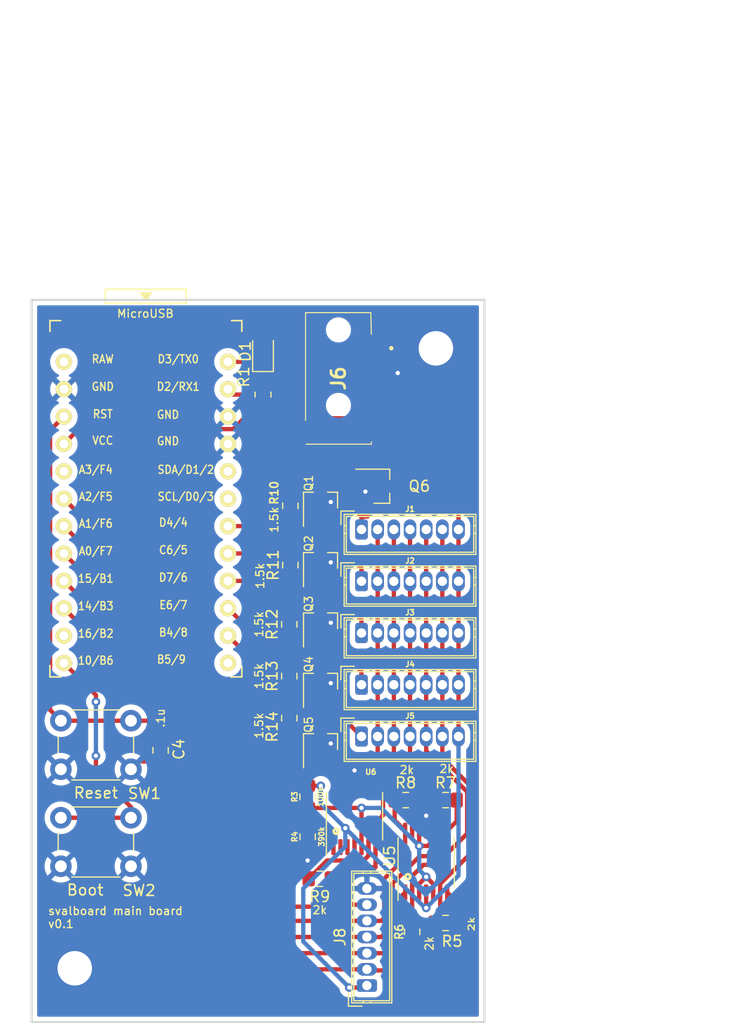
<source format=kicad_pcb>
(kicad_pcb (version 20211014) (generator pcbnew)
  (layers (0 "F.Cu" signal) (31 "B.Cu" signal) (34 "B.Paste" user) (35 "F.Paste" user) (36 "B.SilkS" user "B.Silkscreen") (37 "F.SilkS" user "F.Silkscreen") (38 "B.Mask" user) (39 "F.Mask" user) (44 "Edge.Cuts" user))
  (net 0 "")
  (net 1 "GND")
  (net 2 "/RESET")
  (net 3 "Net-(D1-Pad1)")
  (net 4 "+5V")
  (net 5 "/LED")
  (net 6 "/COL5")
  (net 7 "/COL4")
  (net 8 "/COL3")
  (net 9 "/COL2")
  (net 10 "/COL1")
  (net 11 "Net-(Q1-Pad1)")
  (net 12 "Net-(Q2-Pad1)")
  (net 13 "Net-(Q3-Pad1)")
  (net 14 "Net-(Q4-Pad1)")
  (net 15 "Net-(Q5-Pad1)")
  (net 16 "/DATA")
  (net 17 "/SPARE")
  (net 18 "SDA")
  (net 19 "SCL")
  (net 24 "/ROW5")
  (net 25 "/ROW4")
  (net 26 "/ROW3")
  (net 27 "/ROW2")
  (net 28 "/ROW1")
  (net 29 "/AMP_REF")
  (net 30 "/COL1_AMP")
  (net 31 "/COL2_AMP")
  (net 32 "/COL3_AMP")
  (net 33 "/COL4_AMP")
  (net 34 "/COL5_AMP")
  (net 35 "Net-(J1-Pad1)")
  (net 36 "Net-(J2-Pad1)")
  (net 37 "Net-(J3-Pad1)")
  (net 38 "Net-(J4-Pad1)")
  (net 39 "Net-(J5-Pad1)")
  (footprint "lalboard:JST_ZH_B7B-ZR_1x07_P1.50mm_Vertical" (layer "F.Cu") (at 157.6378 82.013)
    (fp_text reference "J1")
    (fp_text value "Conn_01x07")
  )
  (footprint "lalboard:JST_ZH_B7B-ZR_1x07_P1.50mm_Vertical" (layer "F.Cu") (at 157.6378 91.613)
    (fp_text reference "J3")
    (fp_text value "Conn_01x07")
  )
  (footprint "lalboard:JST_ZH_B7B-ZR_1x07_P1.50mm_Vertical" (layer "F.Cu") (at 157.6378 96.413)
    (fp_text reference "J4")
    (fp_text value "Conn_01x07")
  )
  (footprint "Resistor_SMD:R_0805_2012Metric_Pad1.15x1.40mm_HandSolder" (layer "F.Cu") (at 151.0378 85.313 90)
    (fp_text reference "R11")
    (fp_text value "1.5k")
  )
  (footprint "Resistor_SMD:R_0805_2012Metric_Pad1.15x1.40mm_HandSolder" (layer "F.Cu") (at 150.9378 90.813 90)
    (fp_text reference "R12")
    (fp_text value "1.5k")
  )
  (footprint "lalboard:JST_ZH_B7B-ZR_1x07_P1.50mm_Vertical" (layer "F.Cu") (at 157.6378 101.213)
    (fp_text reference "J5")
    (fp_text value "Conn_01x07")
  )
  (footprint "Button_Switch_THT:SW_PUSH_6mm_H5mm" (layer "F.Cu") (at 129.75 99.75)
    (fp_text reference "SW1")
    (fp_text value "Reset")
  )
  (footprint "Capacitor_SMD:C_0805_2012Metric_Pad1.15x1.40mm_HandSolder" (layer "F.Cu") (at 139 102.5 90)
    (fp_text reference "C4")
    (fp_text value ".1u")
  )
  (footprint "lalboard:JST_ZH_B7B-ZR_1x07_P1.50mm_Vertical" (layer "F.Cu") (at 157.6378 86.813)
    (fp_text reference "J2")
    (fp_text value "Conn_01x07")
  )
  (footprint "Resistor_SMD:R_0805_2012Metric_Pad1.15x1.40mm_HandSolder" (layer "F.Cu") (at 150.9378 95.613 90)
    (fp_text reference "R13")
    (fp_text value "1.5k")
  )
  (footprint "MountingHole:MountingHole_3.2mm_M3_DIN965_Pad" (layer "F.Cu") (at 131.0378 122.713)
    (fp_text reference "H1")
    (fp_text value "MountingHole_Pad")
  )
  (footprint "MountingHole:MountingHole_3.2mm_M3_DIN965_Pad" (layer "F.Cu") (at 164.5378 65.213)
    (fp_text reference "H2")
    (fp_text value "MountingHole_Pad")
  )
  (footprint "Package_TO_SOT_SMD:SOT-23_Handsoldering" (layer "F.Cu") (at 153.8378 96.113 90)
    (fp_text reference "Q4")
    (fp_text value "Q_NPN_BEC")
  )
  (footprint "Package_TO_SOT_SMD:SOT-23_Handsoldering" (layer "F.Cu") (at 153.8378 101.713 90)
    (fp_text reference "Q5")
    (fp_text value "Q_NPN_BEC")
  )
  (footprint "Package_TO_SOT_SMD:SOT-23_Handsoldering" (layer "F.Cu") (at 153.8378 79.313 90)
    (fp_text reference "Q1")
    (fp_text value "Q_NPN_BEC")
  )
  (footprint "Package_TO_SOT_SMD:SOT-23_Handsoldering" (layer "F.Cu") (at 153.8378 90.513 90)
    (fp_text reference "Q3")
    (fp_text value "Q_NPN_BEC")
  )
  (footprint "Resistor_SMD:R_0805_2012Metric_Pad1.15x1.40mm_HandSolder" (layer "F.Cu") (at 165.4378 118.513 180)
    (fp_text reference "R5")
    (fp_text value "2k")
  )
  (footprint "lalboard:TSSOP-14_4.4x5mm_P0.65mm" (layer "F.Cu") (at 163.6378 112.813 90)
    (fp_text reference "U5")
    (fp_text value "LMV324")
  )
  (footprint "lalboard:TSSOP-14_4.4x5mm_P0.65mm" (layer "F.Cu") (at 156.9878 108.613 90)
    (fp_text reference "U6")
    (fp_text value "LMV324")
  )
  (footprint "Resistor_SMD:R_0805_2012Metric_Pad1.15x1.40mm_HandSolder" (layer "F.Cu") (at 152.6378 110.513 -90)
    (fp_text reference "R4")
    (fp_text value "390k")
  )
  (footprint "Resistor_SMD:R_0805_2012Metric_Pad1.15x1.40mm_HandSolder" (layer "F.Cu") (at 151.0378 79.813 90)
    (fp_text reference "R10")
    (fp_text value "1.5k")
  )
  (footprint "Button_Switch_THT:SW_PUSH_6mm_H5mm" (layer "F.Cu") (at 129.75 108.75)
    (fp_text reference "SW2")
    (fp_text value "Boot")
  )
  (footprint "Package_TO_SOT_SMD:SOT-23_Handsoldering" (layer "F.Cu") (at 153.8378 84.913 90)
    (fp_text reference "Q2")
    (fp_text value "Q_NPN_BEC")
  )
  (footprint "Resistor_SMD:R_0805_2012Metric_Pad1.15x1.40mm_HandSolder" (layer "F.Cu") (at 150.9378 99.513 90)
    (fp_text reference "R14")
    (fp_text value "1.5k")
  )
  (footprint "Resistor_SMD:R_0805_2012Metric_Pad1.15x1.40mm_HandSolder" (layer "F.Cu") (at 152.6378 106.813 -90)
    (fp_text reference "R3")
    (fp_text value "100k")
  )
  (footprint "Resistor_SMD:R_0805_2012Metric_Pad1.15x1.40mm_HandSolder" (layer "F.Cu") (at 161.7378 107.113)
    (fp_text reference "R8")
    (fp_text value "2k")
  )
  (footprint "Resistor_SMD:R_0805_2012Metric_Pad1.15x1.40mm_HandSolder" (layer "F.Cu") (at 165.4378 107.113 180)
    (fp_text reference "R7")
    (fp_text value "2k")
  )
  (footprint "Resistor_SMD:R_0805_2012Metric_Pad1.15x1.40mm_HandSolder" (layer "F.Cu") (at 153.7628 114.413 180)
    (fp_text reference "R9")
    (fp_text value "2k")
  )
  (footprint "lalboard:JST_ZH_B7B-ZR_1x07_P1.50mm_Vertical" (layer "F.Cu") (at 158.1378 124.313 90)
    (fp_text reference "J8")
    (fp_text value "Conn_01x07")
  )
  (footprint "Resistor_SMD:R_0805_2012Metric_Pad1.15x1.40mm_HandSolder" (layer "F.Cu") (at 162.3378 119.338 90)
    (fp_text reference "R6")
    (fp_text value "2k")
  )
  (footprint "Package_TO_SOT_SMD:SOT-23_Handsoldering" (layer "F.Cu") (at 159.5 78)
    (fp_text reference "Q6")
    (fp_text value "Q_NMOS_GSD")
  )
  (footprint "lalboard:ProMicro_v3.5" (layer "F.Cu") (at 137.6378 80.938)
    (fp_text reference "U1" hide)
    (fp_text value "ProMicro" hide)
  )
  (footprint "LED_SMD:LED_0805_2012Metric_Pad1.15x1.40mm_HandSolder" (layer "F.Cu") (at 148.5 65.5 90)
    (fp_text reference "D1")
    (fp_text value "LED")
  )
  (footprint "lalboard:PJ-320D" (layer "F.Cu") (at 155.5 68 -90)
    (fp_text reference "J6")
    (fp_text value "PJ-320D" hide)
  )
  (footprint "Resistor_SMD:R_0805_2012Metric_Pad1.20x1.40mm_HandSolder" (layer "F.Cu") (at 148.5 69.5 -90)
    (fp_text reference "R1")
    (fp_text value "5k")
  )
  (gr_line (start 169.0378 60.712999) (end 127.0378 60.712999) (layer "Edge.Cuts") (width 0.2))
  (gr_line (start 169.0378 127.713) (end 169.0378 60.712999) (layer "Edge.Cuts") (width 0.2))
  (gr_line (start 127.0378 127.713) (end 169.0378 127.713) (layer "Edge.Cuts") (width 0.2))
  (gr_line (start 127.0378 60.712999) (end 127.0378 127.713) (layer "Edge.Cuts") (width 0.2))
  (gr_text "svalboard main board\nv0.1" (at 128.5 118) (layer "F.SilkS") (effects (font (size 0.75 0.75) (thickness 0.125)) (justify left)))
  (segment (start 154.7878 80.813) (end 154.7878 79.463) (width 0.4) (layer "F.Cu") (net 1))
  (segment (start 154.7878 86.413) (end 154.7878 85.063) (width 0.4) (layer "F.Cu") (net 1))
  (segment (start 154.7878 92.013) (end 154.7878 90.663) (width 0.4) (layer "F.Cu") (net 1))
  (segment (start 154.7878 97.613) (end 154.7878 96.263) (width 0.4) (layer "F.Cu") (net 1))
  (segment (start 156.9878 105.7505) (end 156.9878 104.363) (width 0.4) (layer "F.Cu") (net 1))
  (segment (start 148.5 70.5) (end 146.2892 70.5) (width 0.4) (layer "F.Cu") (net 1))
  (segment (start 158 78.95) (end 158 78.5) (width 0.4) (layer "F.Cu") (net 1))
  (segment (start 152.6378 111.538) (end 152.6378 112.713) (width 0.4) (layer "F.Cu") (net 1))
  (segment (start 146.2892 70.5) (end 145.2492 71.54) (width 0.4) (layer "F.Cu") (net 1))
  (segment (start 136.975 103.525) (end 136.25 104.25) (width 0.4) (layer "F.Cu") (net 1))
  (segment (start 154.7878 103.213) (end 154.7878 101.863) (width 0.4) (layer "F.Cu") (net 1))
  (segment (start 163.6378 109.9505) (end 163.6378 108.563) (width 0.4) (layer "F.Cu") (net 1))
  (segment (start 160.8 67.7) (end 161 67.5) (width 0.4) (layer "F.Cu") (net 1))
  (segment (start 159.25 67.7) (end 160.8 67.7) (width 0.4) (layer "F.Cu") (net 1))
  (segment (start 139 103.525) (end 136.975 103.525) (width 0.4) (layer "F.Cu") (net 1))
  (via (at 154.7878 96.263) (size 0.8) (drill 0.4) (layers "F.Cu" "B.Cu") (net 1))
  (via (at 154.7878 90.663) (size 0.8) (drill 0.4) (layers "F.Cu" "B.Cu") (net 1))
  (via (at 154.7878 85.063) (size 0.8) (drill 0.4) (layers "F.Cu" "B.Cu") (net 1))
  (via (at 154.7878 79.463) (size 0.8) (drill 0.4) (layers "F.Cu" "B.Cu") (net 1))
  (via (at 156.9878 104.363) (size 0.8) (drill 0.4) (layers "F.Cu" "B.Cu") (net 1))
  (via (at 158 78.5) (size 0.8) (drill 0.4) (layers "F.Cu" "B.Cu") (net 1))
  (via (at 163.6378 108.563) (size 0.8) (drill 0.4) (layers "F.Cu" "B.Cu") (net 1))
  (via (at 154.7878 101.863) (size 0.8) (drill 0.4) (layers "F.Cu" "B.Cu") (net 1))
  (via (at 161 67.5) (size 0.8) (drill 0.4) (layers "F.Cu" "B.Cu") (net 1))
  (via (at 152.6378 112.713) (size 0.8) (drill 0.4) (layers "F.Cu" "B.Cu") (net 1))
  (segment (start 139 101.475) (end 139 100.975) (width 0.4) (layer "F.Cu") (net 2))
  (segment (start 130.0292 71.54) (end 128.75 72.8192) (width 0.4) (layer "F.Cu") (net 2))
  (segment (start 139 100.975) (end 137.775 99.75) (width 0.4) (layer "F.Cu") (net 2))
  (segment (start 128.75 98.75) (end 129.75 99.75) (width 0.4) (layer "F.Cu") (net 2))
  (segment (start 128.75 72.8192) (end 128.75 98.75) (width 0.4) (layer "F.Cu") (net 2))
  (segment (start 136.25 99.75) (end 137.775 99.75) (width 0.4) (layer "F.Cu") (net 2))
  (segment (start 129.75 99.75) (end 136.25 99.75) (width 0.4) (layer "F.Cu") (net 2))
  (segment (start 148.5 66.525) (end 148.5 68) (width 0.4) (layer "F.Cu") (net 3))
  (segment (start 166.6378 91.613) (end 166.6378 96.413) (width 0.4) (layer "F.Cu") (net 4))
  (segment (start 159.25 71.7) (end 146.732517 71.7) (width 0.4) (layer "F.Cu") (net 4))
  (segment (start 166.6378 82.013) (end 166.6378 86.813) (width 0.4) (layer "F.Cu") (net 4))
  (segment (start 157.9508 124.5) (end 158.1378 124.313) (width 0.4) (layer "F.Cu") (net 4))
  (segment (start 166.6378 82.013) (end 166.6378 79.0878) (width 0.4) (layer "F.Cu") (net 4))
  (segment (start 156.9878 111.4755) (end 156.9878 110.563) (width 0.4) (layer "F.Cu") (net 4))
  (segment (start 145.730517 72.702) (end 131.4072 72.702) (width 0.4) (layer "F.Cu") (net 4))
  (segment (start 156.9878 110.563) (end 156.1378 109.713) (width 0.4) (layer "F.Cu") (net 4))
  (segment (start 152.6378 105.788) (end 153.8628 105.788) (width 0.4) (layer "F.Cu") (net 4))
  (segment (start 166.6378 96.413) (end 166.6378 101.213) (width 0.4) (layer "F.Cu") (net 4))
  (segment (start 146.732517 71.7) (end 145.730517 72.702) (width 0.4) (layer "F.Cu") (net 4))
  (segment (start 163.6378 115.6755) (end 163.6378 117.113) (width 0.4) (layer "F.Cu") (net 4))
  (segment (start 131.4072 72.702) (end 130.0292 74.08) (width 0.4) (layer "F.Cu") (net 4))
  (segment (start 166.6378 79.0878) (end 159.25 71.7) (width 0.4) (layer "F.Cu") (net 4))
  (segment (start 156.5 124.5) (end 157.9508 124.5) (width 0.4) (layer "F.Cu") (net 4))
  (segment (start 166.6378 86.813) (end 166.6378 91.613) (width 0.4) (layer "F.Cu") (net 4))
  (via (at 163.6378 117.113) (size 0.8) (drill 0.4) (layers "F.Cu" "B.Cu") (net 4))
  (via (at 156.5 124.5) (size 0.8) (drill 0.4) (layers "F.Cu" "B.Cu") (net 4))
  (via (at 156.1378 109.713) (size 0.8) (drill 0.4) (layers "F.Cu" "B.Cu") (net 4))
  (via (at 153.8628 105.788) (size 0.8) (drill 0.4) (layers "F.Cu" "B.Cu") (net 4))
  (segment (start 163.5378 117.113) (end 163.6378 117.113) (width 0.4) (layer "B.Cu") (net 4))
  (segment (start 152.237799 118.655999) (end 152.237799 120.237799) (width 0.4) (layer "B.Cu") (net 4))
  (segment (start 156.1378 109.713) (end 163.5378 117.113) (width 0.4) (layer "B.Cu") (net 4))
  (segment (start 163.6378 117.113) (end 166.6378 114.113) (width 0.4) (layer "B.Cu") (net 4))
  (segment (start 152.237799 115.313001) (end 156.1378 111.413) (width 0.4) (layer "B.Cu") (net 4))
  (segment (start 156.1378 111.413) (end 156.1378 109.713) (width 0.4) (layer "B.Cu") (net 4))
  (segment (start 153.8628 107.438) (end 156.1378 109.713) (width 0.4) (layer "B.Cu") (net 4))
  (segment (start 152.237799 115.313001) (end 152.237799 118.655999) (width 0.4) (layer "B.Cu") (net 4))
  (segment (start 152.237799 120.237799) (end 156.5 124.5) (width 0.4) (layer "B.Cu") (net 4))
  (segment (start 153.8628 105.788) (end 153.8628 107.438) (width 0.4) (layer "B.Cu") (net 4))
  (segment (start 166.6378 114.113) (end 166.6378 101.213) (width 0.4) (layer "B.Cu") (net 4))
  (segment (start 146.515 66.46) (end 148.5 64.475) (width 0.4) (layer "F.Cu") (net 5))
  (segment (start 145.2492 66.46) (end 146.515 66.46) (width 0.4) (layer "F.Cu") (net 5))
  (segment (start 159.1378 82.013) (end 159.1378 101.213) (width 0.4) (layer "F.Cu") (net 6))
  (segment (start 158.2878 109.863) (end 158.2878 111.4755) (width 0.4) (layer "F.Cu") (net 6))
  (segment (start 159.6378 108.513) (end 158.2878 109.863) (width 0.4) (layer "F.Cu") (net 6))
  (segment (start 157.844924 112.713) (end 154.4378 112.713) (width 0.4) (layer "F.Cu") (net 6))
  (segment (start 159.1378 101.213) (end 159.1378 103.661542) (width 0.4) (layer "F.Cu") (net 6))
  (segment (start 159.6378 104.161542) (end 159.6378 108.513) (width 0.4) (layer "F.Cu") (net 6))
  (segment (start 158.2878 112.270124) (end 157.844924 112.713) (width 0.4) (layer "F.Cu") (net 6))
  (segment (start 159.1378 103.661542) (end 159.6378 104.161542) (width 0.4) (layer "F.Cu") (net 6))
  (segment (start 158.2878 111.4755) (end 158.2878 112.270124) (width 0.4) (layer "F.Cu") (net 6))
  (segment (start 154.4378 112.713) (end 152.7378 114.413) (width 0.4) (layer "F.Cu") (net 6))
  (segment (start 160.6378 101.213) (end 160.6378 104.988) (width 0.4) (layer "F.Cu") (net 7))
  (segment (start 160.6378 104.988) (end 162.7628 107.113) (width 0.4) (layer "F.Cu") (net 7))
  (segment (start 162.3378 109.9505) (end 162.3378 107.538) (width 0.4) (layer "F.Cu") (net 7))
  (segment (start 160.6378 101.213) (end 160.6378 82.013) (width 0.4) (layer "F.Cu") (net 7))
  (segment (start 162.3378 107.538) (end 162.7628 107.113) (width 0.4) (layer "F.Cu") (net 7))
  (segment (start 164.4128 107.068744) (end 164.4128 107.113) (width 0.4) (layer "F.Cu") (net 8))
  (segment (start 162.1378 82.013) (end 162.1378 101.213) (width 0.4) (layer "F.Cu") (net 8))
  (segment (start 164.9378 109.9505) (end 164.9378 107.638) (width 0.4) (layer "F.Cu") (net 8))
  (segment (start 164.9378 107.638) (end 164.4128 107.113) (width 0.4) (layer "F.Cu") (net 8))
  (segment (start 162.1378 101.213) (end 162.1378 104.793744) (width 0.4) (layer "F.Cu") (net 8))
  (segment (start 162.1378 104.793744) (end 164.4128 107.068744) (width 0.4) (layer "F.Cu") (net 8))
  (segment (start 163.6378 101.213) (end 163.6378 82.013) (width 0.4) (layer "F.Cu") (net 9))
  (segment (start 163.386342 113.113) (end 162.3378 114.161542) (width 0.4) (layer "F.Cu") (net 9))
  (segment (start 162.3378 115.6755) (end 162.3378 118.313) (width 0.4) (layer "F.Cu") (net 9))
  (segment (start 163.6378 101.213) (end 163.6378 102.548) (width 0.4) (layer "F.Cu") (net 9))
  (segment (start 167.43781 110.21299) (end 164.5378 113.113) (width 0.4) (layer "F.Cu") (net 9))
  (segment (start 162.3378 114.161542) (end 162.3378 115.6755) (width 0.4) (layer "F.Cu") (net 9))
  (segment (start 164.5378 113.113) (end 163.386342 113.113) (width 0.4) (layer "F.Cu") (net 9))
  (segment (start 163.6378 102.548) (end 167.43781 106.34801) (width 0.4) (layer "F.Cu") (net 9))
  (segment (start 167.43781 106.34801) (end 167.43781 110.21299) (width 0.4) (layer "F.Cu") (net 9))
  (segment (start 164.9378 114.880876) (end 164.9378 115.6755) (width 0.4) (layer "F.Cu") (net 10))
  (segment (start 168.03782 111.780856) (end 164.9378 114.880876) (width 0.4) (layer "F.Cu") (net 10))
  (segment (start 165.1378 82.013) (end 165.1378 96.656014) (width 0.4) (layer "F.Cu") (net 10))
  (segment (start 164.9378 115.6755) (end 164.9378 117.988) (width 0.4) (layer "F.Cu") (net 10))
  (segment (start 168.03782 106.099478) (end 168.03782 111.780856) (width 0.4) (layer "F.Cu") (net 10))
  (segment (start 164.9378 117.988) (end 164.4128 118.513) (width 0.4) (layer "F.Cu") (net 10))
  (segment (start 165.1378 96.656014) (end 165.1378 101.213) (width 0.4) (layer "F.Cu") (net 10))
  (segment (start 165.1378 103.199458) (end 168.03782 106.099478) (width 0.4) (layer "F.Cu") (net 10))
  (segment (start 165.1378 101.213) (end 165.1378 103.199458) (width 0.4) (layer "F.Cu") (net 10))
  (segment (start 151.0378 80.838) (end 152.8628 80.838) (width 0.4) (layer "F.Cu") (net 11))
  (segment (start 152.8628 80.838) (end 152.8878 80.813) (width 0.4) (layer "F.Cu") (net 11))
  (segment (start 151.0378 86.338) (end 152.8128 86.338) (width 0.4) (layer "F.Cu") (net 12))
  (segment (start 152.8128 86.338) (end 152.8878 86.413) (width 0.4) (layer "F.Cu") (net 12))
  (segment (start 150.9378 91.838) (end 152.7128 91.838) (width 0.4) (layer "F.Cu") (net 13))
  (segment (start 152.7128 91.838) (end 152.8878 92.013) (width 0.4) (layer "F.Cu") (net 13))
  (segment (start 150.9378 96.638) (end 151.9128 96.638) (width 0.4) (layer "F.Cu") (net 14))
  (segment (start 151.9128 96.638) (end 152.8878 97.613) (width 0.4) (layer "F.Cu") (net 14))
  (segment (start 150.9378 101.263) (end 152.8878 103.213) (width 0.4) (layer "F.Cu") (net 15))
  (segment (start 150.9378 100.538) (end 150.9378 101.263) (width 0.4) (layer "F.Cu") (net 15))
  (segment (start 151.2508 69.5) (end 145.7492 69.5) (width 0.4) (layer "F.Cu") (net 16))
  (segment (start 155.2378 65.513) (end 151.2508 69.5) (width 0.4) (layer "F.Cu") (net 16))
  (segment (start 145.7492 69.5) (end 145.2492 69) (width 0.4) (layer "F.Cu") (net 16))
  (segment (start 159.25 64.7) (end 157.8 64.7) (width 0.4) (layer "F.Cu") (net 16))
  (segment (start 157.8 64.7) (end 156.987 65.513) (width 0.4) (layer "F.Cu") (net 16))
  (segment (start 156.987 65.513) (end 155.2378 65.513) (width 0.4) (layer "F.Cu") (net 16))
  (segment (start 133 97.3708) (end 133 98) (width 0.4) (layer "F.Cu") (net 17))
  (segment (start 130.0292 94.4) (end 133 97.3708) (width 0.4) (layer "F.Cu") (net 17))
  (segment (start 133 103) (end 133 104.5) (width 0.4) (layer "F.Cu") (net 17))
  (segment (start 136.25 107.75) (end 136.25 108.75) (width 0.4) (layer "F.Cu") (net 17))
  (segment (start 133 104.5) (end 136.25 107.75) (width 0.4) (layer "F.Cu") (net 17))
  (segment (start 136.25 108.75) (end 129.75 108.75) (width 0.4) (layer "F.Cu") (net 17))
  (via (at 133 103) (size 0.8) (drill 0.4) (layers "F.Cu" "B.Cu") (net 17))
  (via (at 133 98) (size 0.8) (drill 0.4) (layers "F.Cu" "B.Cu") (net 17))
  (segment (start 133 103) (end 133 98) (width 0.4) (layer "B.Cu") (net 17))
  (segment (start 158 77) (end 157 76) (width 0.4) (layer "F.Cu") (net 24))
  (segment (start 151 78.7502) (end 151.0378 78.788) (width 0.4) (layer "F.Cu") (net 24))
  (segment (start 148.1258 81.7) (end 145.2492 81.7) (width 0.4) (layer "F.Cu") (net 24))
  (segment (start 151 76) (end 151 78.7502) (width 0.4) (layer "F.Cu") (net 24))
  (segment (start 158 77.05) (end 158 77) (width 0.4) (layer "F.Cu") (net 24))
  (segment (start 151.0378 78.788) (end 148.1258 81.7) (width 0.4) (layer "F.Cu") (net 24))
  (segment (start 157 76) (end 151 76) (width 0.4) (layer "F.Cu") (net 24))
  (segment (start 150.9898 84.24) (end 145.2492 84.24) (width 0.4) (layer "F.Cu") (net 25))
  (segment (start 151.0378 84.288) (end 150.9898 84.24) (width 0.4) (layer "F.Cu") (net 25))
  (segment (start 150.9378 89.788) (end 147.9298 86.78) (width 0.4) (layer "F.Cu") (net 26))
  (segment (start 147.9298 86.78) (end 145.2492 86.78) (width 0.4) (layer "F.Cu") (net 26))
  (segment (start 150.9378 94.588) (end 150.1698 93.82) (width 0.4) (layer "F.Cu") (net 27))
  (segment (start 150.1698 93.82) (end 149.7492 93.82) (width 0.4) (layer "F.Cu") (net 27))
  (segment (start 149.7492 93.82) (end 145.2492 89.32) (width 0.4) (layer "F.Cu") (net 27))
  (segment (start 148.8098 96.36) (end 148.8098 95.4206) (width 0.4) (layer "F.Cu") (net 28))
  (segment (start 150.9378 98.488) (end 148.8098 96.36) (width 0.4) (layer "F.Cu") (net 28))
  (segment (start 148.8098 95.4206) (end 145.2492 91.86) (width 0.4) (layer "F.Cu") (net 28))
  (segment (start 152.6378 107.838) (end 152.6378 109.488) (width 0.4) (layer "F.Cu") (net 29))
  (segment (start 164.2878 114.880876) (end 164.2878 115.6755) (width 0.4) (layer "F.Cu") (net 29))
  (segment (start 157.6378 107.838) (end 157.6378 111.4755) (width 0.4) (layer "F.Cu") (net 29))
  (segment (start 152.6378 107.838) (end 155.144904 107.838) (width 0.4) (layer "F.Cu") (net 29))
  (segment (start 162.9878 114.880876) (end 163.6378 114.230876) (width 0.4) (layer "F.Cu") (net 29))
  (segment (start 162.9878 109.9505) (end 162.9878 111.363) (width 0.4) (layer "F.Cu") (net 29))
  (segment (start 162.9878 111.363) (end 163.769904 111.363) (width 0.4) (layer "F.Cu") (net 29))
  (segment (start 164.2878 110.845104) (end 164.2878 109.9505) (width 0.4) (layer "F.Cu") (net 29))
  (segment (start 155.144904 107.838) (end 157.6378 107.838) (width 0.4) (layer "F.Cu") (net 29))
  (segment (start 164.2878 114.880876) (end 163.6378 114.230876) (width 0.4) (layer "F.Cu") (net 29))
  (segment (start 162.9878 115.6755) (end 162.9878 114.880876) (width 0.4) (layer "F.Cu") (net 29))
  (segment (start 163.769904 111.363) (end 164.2878 110.845104) (width 0.4) (layer "F.Cu") (net 29))
  (via (at 162.9878 111.363) (size 0.8) (drill 0.4) (layers "F.Cu" "B.Cu") (net 29))
  (via (at 163.6378 114.230876) (size 0.8) (drill 0.4) (layers "F.Cu" "B.Cu") (net 29))
  (via (at 157.6378 107.838) (size 0.8) (drill 0.4) (layers "F.Cu" "B.Cu") (net 29))
  (segment (start 162.9878 113.580876) (end 163.6378 114.230876) (width 0.4) (layer "B.Cu") (net 29))
  (segment (start 157.6378 107.838) (end 159.4628 107.838) (width 0.4) (layer "B.Cu") (net 29))
  (segment (start 162.9878 111.363) (end 162.9878 113.580876) (width 0.4) (layer "B.Cu") (net 29))
  (segment (start 159.4628 107.838) (end 162.9878 111.363) (width 0.4) (layer "B.Cu") (net 29))
  (segment (start 166.4628 116.5505) (end 165.5878 115.6755) (width 0.4) (layer "F.Cu") (net 30))
  (segment (start 164.3378 120.313) (end 161.73779 122.91301) (width 0.4) (layer "F.Cu") (net 30))
  (segment (start 166.4628 119.188) (end 165.3378 120.313) (width 0.4) (layer "F.Cu") (net 30))
  (segment (start 158.1378 122.813) (end 150.6378 122.813) (width 0.4) (layer "F.Cu") (net 30))
  (segment (start 165.3378 120.313) (end 164.3378 120.313) (width 0.4) (layer "F.Cu") (net 30))
  (segment (start 141 113.1752) (end 141 100.2908) (width 0.4) (layer "F.Cu") (net 30))
  (segment (start 161.73779 122.91301) (end 158.1378 122.91301) (width 0.4) (layer "F.Cu") (net 30))
  (segment (start 141 100.2908) (end 130.0292 89.32) (width 0.4) (layer "F.Cu") (net 30))
  (segment (start 166.4628 118.513) (end 166.4628 119.188) (width 0.4) (layer "F.Cu") (net 30))
  (segment (start 150.6378 122.813) (end 141 113.1752) (width 0.4) (layer "F.Cu") (net 30))
  (segment (start 166.4628 118.513) (end 166.4628 116.5505) (width 0.4) (layer "F.Cu") (net 30))
  (segment (start 141.701497 98.452297) (end 130.0292 86.78) (width 0.4) (layer "F.Cu") (net 31))
  (segment (start 161.3878 121.313) (end 158.1378 121.313) (width 0.4) (layer "F.Cu") (net 31))
  (segment (start 161.23779 116.12551) (end 161.23779 119.26299) (width 0.4) (layer "F.Cu") (net 31))
  (segment (start 161.6878 115.6755) (end 161.23779 116.12551) (width 0.4) (layer "F.Cu") (net 31))
  (segment (start 141.701497 112.376697) (end 141.701497 98.452297) (width 0.4) (layer "F.Cu") (net 31))
  (segment (start 161.23779 119.26299) (end 162.3378 120.363) (width 0.4) (layer "F.Cu") (net 31))
  (segment (start 158.1378 121.313) (end 150.6378 121.313) (width 0.4) (layer "F.Cu") (net 31))
  (segment (start 162.3378 120.363) (end 161.3878 121.313) (width 0.4) (layer "F.Cu") (net 31))
  (segment (start 150.6378 121.313) (end 141.701497 112.376697) (width 0.4) (layer "F.Cu") (net 31))
  (segment (start 142.300998 111.552287) (end 142.300998 96.511798) (width 0.4) (layer "F.Cu") (net 32))
  (segment (start 160.5378 118.748) (end 159.4728 119.813) (width 0.4) (layer "F.Cu") (net 32))
  (segment (start 165.5878 109.9505) (end 165.5878 110.745124) (width 0.4) (layer "F.Cu") (net 32))
  (segment (start 166.4628 109.0755) (end 165.5878 109.9505) (width 0.4) (layer "F.Cu") (net 32))
  (segment (start 165.5878 110.745124) (end 164.019924 112.313) (width 0.4) (layer "F.Cu") (net 32))
  (segment (start 164.019924 112.313) (end 163.0378 112.313) (width 0.4) (layer "F.Cu") (net 32))
  (segment (start 166.4628 107.113) (end 166.4628 109.0755) (width 0.4) (layer "F.Cu") (net 32))
  (segment (start 160.5378 114.813) (end 160.5378 118.748) (width 0.4) (layer "F.Cu") (net 32))
  (segment (start 159.4728 119.813) (end 158.1378 119.813) (width 0.4) (layer "F.Cu") (net 32))
  (segment (start 163.0378 112.313) (end 160.5378 114.813) (width 0.4) (layer "F.Cu") (net 32))
  (segment (start 142.300998 96.511798) (end 130.0292 84.24) (width 0.4) (layer "F.Cu") (net 32))
  (segment (start 150.561711 119.813) (end 142.300998 111.552287) (width 0.4) (layer "F.Cu") (net 32))
  (segment (start 158.1378 119.813) (end 150.561711 119.813) (width 0.4) (layer "F.Cu") (net 32))
  (segment (start 142.900499 110.66201) (end 142.900499 94.571299) (width 0.4) (layer "F.Cu") (net 33))
  (segment (start 160.7128 108.9755) (end 161.6878 109.9505) (width 0.4) (layer "F.Cu") (net 33))
  (segment (start 158.1378 118.313) (end 150.551489 118.313) (width 0.4) (layer "F.Cu") (net 33))
  (segment (start 150.551489 118.313) (end 142.900499 110.66201) (width 0.4) (layer "F.Cu") (net 33))
  (segment (start 159.4728 118.313) (end 158.1378 118.313) (width 0.4) (layer "F.Cu") (net 33))
  (segment (start 160.7128 107.113) (end 160.7128 108.9755) (width 0.4) (layer "F.Cu") (net 33))
  (segment (start 161.6878 109.9505) (end 161.6878 112.463) (width 0.4) (layer "F.Cu") (net 33))
  (segment (start 159.7378 114.413) (end 159.7378 118.048) (width 0.4) (layer "F.Cu") (net 33))
  (segment (start 159.7378 118.048) (end 159.4728 118.313) (width 0.4) (layer "F.Cu") (net 33))
  (segment (start 142.900499 94.571299) (end 130.0292 81.7) (width 0.4) (layer "F.Cu") (net 33))
  (segment (start 161.6878 112.463) (end 159.7378 114.413) (width 0.4) (layer "F.Cu") (net 33))
  (segment (start 158.1378 116.813) (end 156.8028 116.813) (width 0.4) (layer "F.Cu") (net 34))
  (segment (start 143.5 92.6308) (end 130.0292 79.16) (width 0.4) (layer "F.Cu") (net 34))
  (segment (start 150.8248 117) (end 143.5 109.6752) (width 0.4) (layer "F.Cu") (net 34))
  (segment (start 156.0028 116.013) (end 155.7378 116.013) (width 0.4) (layer "F.Cu") (net 34))
  (segment (start 158.9378 113.338) (end 155.8628 113.338) (width 0.4) (layer "F.Cu") (net 34))
  (segment (start 153.7508 117) (end 150.8248 117) (width 0.4) (layer "F.Cu") (net 34))
  (segment (start 154.7878 115.963) (end 154.7378 116.013) (width 0.4) (layer "F.Cu") (net 34))
  (segment (start 155.7378 116.013) (end 154.7378 116.013) (width 0.4) (layer "F.Cu") (net 34))
  (segment (start 156.8028 116.813) (end 156.0028 116.013) (width 0.4) (layer "F.Cu") (net 34))
  (segment (start 158.9378 111.4755) (end 158.9378 113.338) (width 0.4) (layer "F.Cu") (net 34))
  (segment (start 154.7878 114.413) (end 154.7878 115.963) (width 0.4) (layer "F.Cu") (net 34))
  (segment (start 154.7378 116.013) (end 153.7508 117) (width 0.4) (layer "F.Cu") (net 34))
  (segment (start 155.8628 113.338) (end 154.7878 114.413) (width 0.4) (layer "F.Cu") (net 34))
  (segment (start 143.5 109.6752) (end 143.5 92.6308) (width 0.4) (layer "F.Cu") (net 34))
  (segment (start 161 78) (end 158.187 80.813) (width 0.4) (layer "F.Cu") (net 35))
  (segment (start 158.187 80.813) (end 157.6378 80.813) (width 0.4) (layer "F.Cu") (net 35))
  (segment (start 154.6378 77.813) (end 157.6378 80.813) (width 0.4) (layer "F.Cu") (net 35))
  (segment (start 153.8378 77.813) (end 154.6378 77.813) (width 0.4) (layer "F.Cu") (net 35))
  (segment (start 157.6378 80.813) (end 157.6378 82.013) (width 0.4) (layer "F.Cu") (net 35))
  (segment (start 153.8378 83.413) (end 155.4378 83.413) (width 0.4) (layer "F.Cu") (net 36))
  (segment (start 155.4378 83.413) (end 157.6378 85.613) (width 0.4) (layer "F.Cu") (net 36))
  (segment (start 157.6378 85.613) (end 157.6378 86.813) (width 0.4) (layer "F.Cu") (net 36))
  (segment (start 156.2378 89.013) (end 157.6378 90.413) (width 0.4) (layer "F.Cu") (net 37))
  (segment (start 153.8378 89.013) (end 156.2378 89.013) (width 0.4) (layer "F.Cu") (net 37))
  (segment (start 157.6378 90.413) (end 157.6378 91.613) (width 0.4) (layer "F.Cu") (net 37))
  (segment (start 153.8378 94.613) (end 157.0378 94.613) (width 0.4) (layer "F.Cu") (net 38))
  (segment (start 157.0378 94.613) (end 157.6378 95.213) (width 0.4) (layer "F.Cu") (net 38))
  (segment (start 157.6378 95.213) (end 157.6378 96.413) (width 0.4) (layer "F.Cu") (net 38))
  (segment (start 156.6378 100.213) (end 157.6378 101.213) (width 0.4) (layer "F.Cu") (net 39))
  (segment (start 153.8378 100.213) (end 156.6378 100.213) (width 0.4) (layer "F.Cu") (net 39))
  (zone (net 1) (net_name "GND") (layer "B.Cu") (connect_pads (clearance 0.508)) (min_thickness 0.254) (fill yes (thermal_gap 0.508) (thermal_bridge_width 0.508))
    (polygon (pts (xy 169.0378 127.713) (xy 127.0378 127.713) (xy 127.0378 60.713) (xy 169.0378 60.713)))
  )
)
</source>
